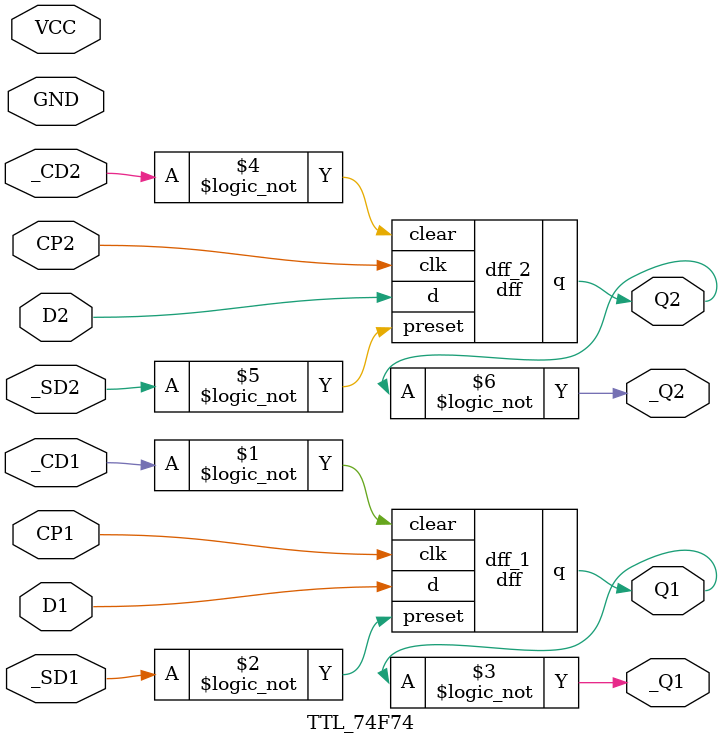
<source format=v>
/*
 * Copyright (C) 2010, Jason S. McMullan. All rights reserved.
 * Author: Jason S. McMullan <jason.mcmullan@gmail.com>
 *
 * This program is free software; you can redistribute it and/or
 * modify it under the terms of the GNU General Public License
 * as published by the Free Software Foundation; either version 2
 * of the License, or (at your option) any later version.
 *
 * This program is distributed in the hope that it will be useful,
 * but WITHOUT ANY WARRANTY; without even the implied warranty of
 * MERCHANTABILITY or FITNESS FOR A PARTICULAR PURPOSE.  See the
 * GNU General Public License for more details.
 *
 * You should have received a copy of the GNU General Public License
 * along with this program; if not, write to the Free Software
 * Foundation, Inc., 51 Franklin Street, Fifth Floor,
 * Boston, MA 02110-1301, USA.
 *
 */
`timescale 1ns/1ps

module dff (
	input d,
	input preset,
	input clear,
	input clk,
	output q
);

reg q;

initial
	q = 0;

always @(posedge clk or posedge clear or posedge preset)
begin
	if (preset)
		#7 q <= 1;
	else if (clear)
		#7 q <= 0;
	else
		#6 q <= d;
end
endmodule

module TTL_74F74 (
	input _CD1,
	input D1,
	input CP1,
	input _SD1,
	output Q1,
	output _Q1,
	input GND,

	output _Q2,
	output Q2,
	input _SD2,
	input CP2,
	input D2,
	input _CD2,
	input VCC
);

dff dff_1 (
	.d(D1),
	.clear(!_CD1),
	.preset(!_SD1), 
	.clk(CP1),
	.q(Q1)
);
assign _Q1 = !Q1;

dff dff_2 (
	.d(D2),
	.clear(!_CD2),
	.preset(!_SD2), 
	.clk(CP2),
	.q(Q2)
);
assign _Q2 = !Q2;

endmodule

</source>
